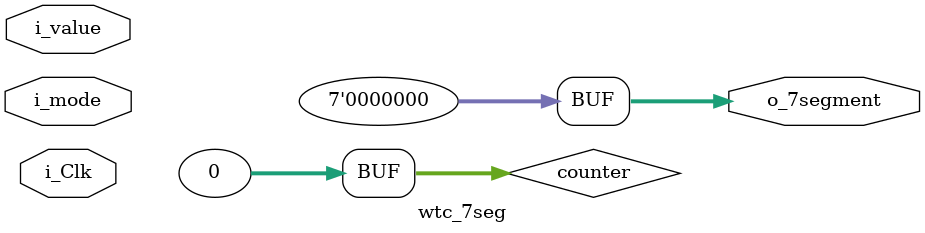
<source format=v>
module wtc_7seg
  (
   input  i_Clk,
   input  [2:0]  i_mode       = 3'b000,
   input  [4:0]  i_value      = 5'b00000,
   output [6:0]  o_7segment   = 7'b0000000,
   );

  // For determining 
  reg [31:0]  period  = 1200;
  reg [31:0]  counter = 0;
  reg [3:0]   mode    = 0;

  // Modes:
  // 000 => set the display mode using i_value
  // 001 => RESET
  // 110 => set the brightness period divisor
  // 111 => set the brightness period divisor

  always @(posedge i_Clk)
  begin
    case (i_mode)

      3'b000 : begin
        // Default case, set the mode of display.
        // Uses the first 4 bits to set the mode.
        mode <= i_value[3:0];
      end

      3'b001 : begin
        // Reset
        period    <= 1200;
        count     <= 0;
        mode      <= 0;
      end

      3'b010      : begin
        // Default case, set the digit
        case      ( i_value )
          4'b000  : begin
          end
          default : begin
          end
        endcase
      end

      3'b001      : begin
        // Default case, set the digit
        case      ( i_value )
          4'b000  : begin
          end
          default : begin
          end
        endcase
      end

      3'b011      : begin
        // Default case, set the digit
        case      ( i_value )
          4'b000  : begin
          end
          default : begin
          end
        endcase
      end

      3'b101      : begin
        // Default case, set the digit
        case ( i_value )
          4'b000 : begin
          end
          default : begin
          end
        endcase
      end

      3'b110 : begin
        // Default case, set the digit
        case ( i_value )
          4'b000 : begin
          end
          default : begin
          end
        endcase
      end

      3'b101 : begin
        // Default case, set the digit
        case ( i_value )
          4'b000 : begin
          end
          default : begin
          end
        endcase
      end

      3'b111 : begin
        // Set the period value with the input value as the divisor
        period <= CLOCKSPEED >>> i_value;
      end
    endcase
  end


endmodule // Binary_To_7Segment

</source>
